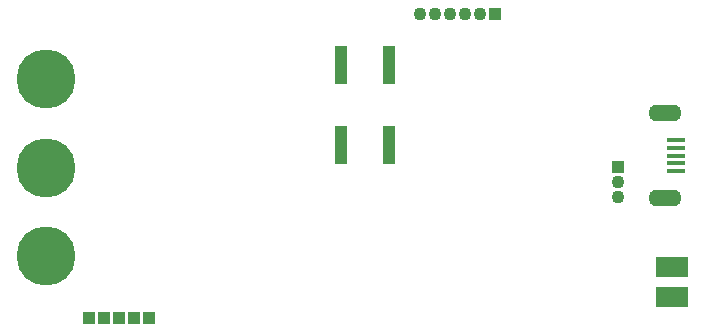
<source format=gbr>
%TF.GenerationSoftware,Altium Limited,Altium Designer,20.2.6 (244)*%
G04 Layer_Color=255*
%FSLAX45Y45*%
%MOMM*%
%TF.SameCoordinates,BE144905-350C-4E41-9AB6-63F68E724E9C*%
%TF.FilePolarity,Positive*%
%TF.FileFunction,Pads,Bot*%
%TF.Part,Single*%
G01*
G75*
%TA.AperFunction,ComponentPad*%
%ADD50C,1.10000*%
%ADD51R,1.10000X1.10000*%
G04:AMPARAMS|DCode=52|XSize=1.1mm|YSize=1.1mm|CornerRadius=0.275mm|HoleSize=0mm|Usage=FLASHONLY|Rotation=270.000|XOffset=0mm|YOffset=0mm|HoleType=Round|Shape=RoundedRectangle|*
%AMROUNDEDRECTD52*
21,1,1.10000,0.55000,0,0,270.0*
21,1,0.55000,1.10000,0,0,270.0*
1,1,0.55000,-0.27500,-0.27500*
1,1,0.55000,-0.27500,0.27500*
1,1,0.55000,0.27500,0.27500*
1,1,0.55000,0.27500,-0.27500*
%
%ADD52ROUNDEDRECTD52*%
G04:AMPARAMS|DCode=53|XSize=1.1mm|YSize=1.1mm|CornerRadius=0.1375mm|HoleSize=0mm|Usage=FLASHONLY|Rotation=270.000|XOffset=0mm|YOffset=0mm|HoleType=Round|Shape=RoundedRectangle|*
%AMROUNDEDRECTD53*
21,1,1.10000,0.82500,0,0,270.0*
21,1,0.82500,1.10000,0,0,270.0*
1,1,0.27500,-0.41250,-0.41250*
1,1,0.27500,-0.41250,0.41250*
1,1,0.27500,0.41250,0.41250*
1,1,0.27500,0.41250,-0.41250*
%
%ADD53ROUNDEDRECTD53*%
%ADD54O,2.80000X1.40000*%
%ADD55R,1.10000X1.10000*%
%TA.AperFunction,SMDPad,CuDef*%
%ADD57R,2.70000X1.80000*%
%ADD58R,1.00000X3.20000*%
%ADD59R,1.50000X0.40000*%
%ADD60C,5.00000*%
D50*
X3856000Y2760000D02*
D03*
X3983000D02*
D03*
X4110000D02*
D03*
X4237000D02*
D03*
X4364000D02*
D03*
X5530000Y1213000D02*
D03*
Y1340000D02*
D03*
D51*
X4491000Y2760000D02*
D03*
D52*
X1056000Y190000D02*
D03*
X1183000D02*
D03*
X1310000D02*
D03*
X1437000D02*
D03*
D53*
X1564000D02*
D03*
D54*
X5931000Y1207500D02*
D03*
Y1922500D02*
D03*
D55*
X5530000Y1467000D02*
D03*
D57*
X5990000Y363000D02*
D03*
Y617000D02*
D03*
D58*
X3590000Y1655025D02*
D03*
Y2335026D02*
D03*
X3190000D02*
D03*
Y1655025D02*
D03*
D59*
X6020000Y1435000D02*
D03*
Y1500000D02*
D03*
Y1565000D02*
D03*
Y1630000D02*
D03*
Y1695000D02*
D03*
D60*
X692500Y712500D02*
D03*
Y1460000D02*
D03*
Y2212500D02*
D03*
%TF.MD5,da73ab10fd68846e7bb62ab6702b1a75*%
M02*

</source>
